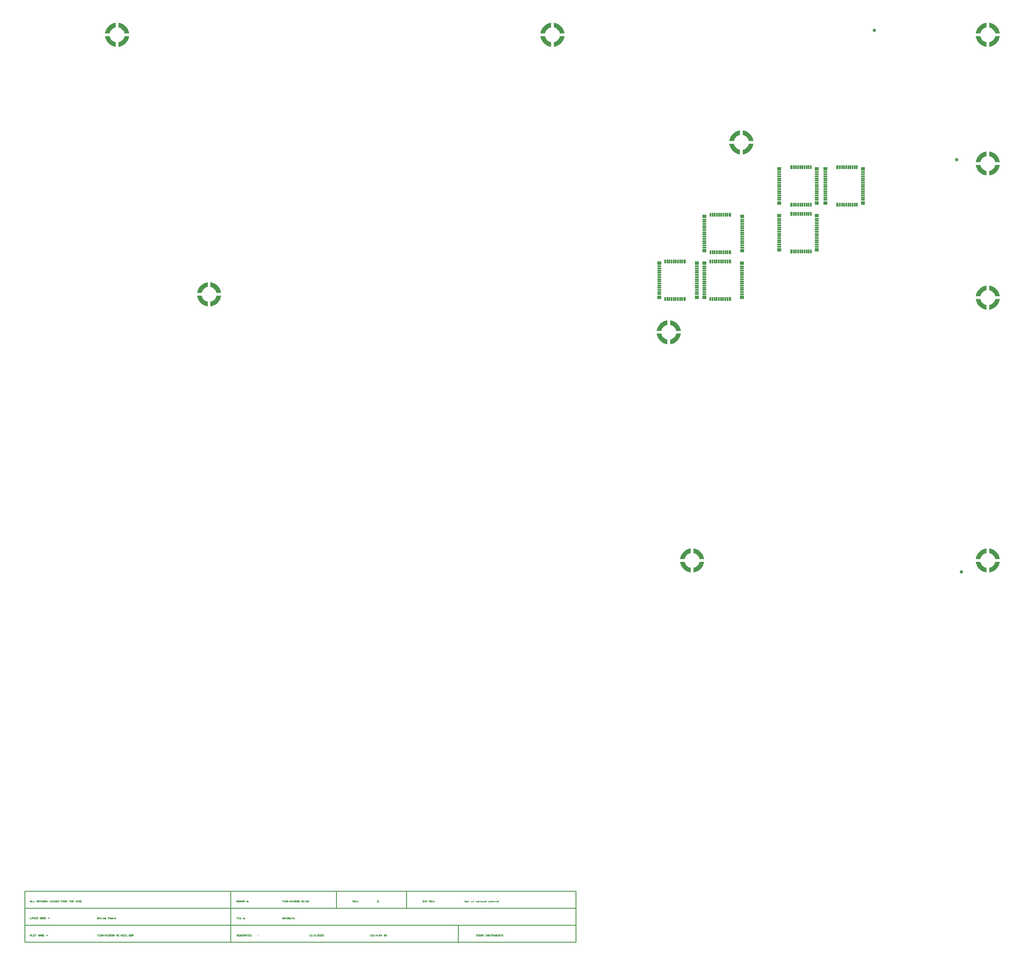
<source format=gbp>
G04*
G04 #@! TF.GenerationSoftware,Altium Limited,Altium Designer,23.1.1 (15)*
G04*
G04 Layer_Color=128*
%FSAX44Y44*%
%MOMM*%
G71*
G04*
G04 #@! TF.SameCoordinates,9B1E6CB6-7F21-4D16-986F-FEEA4F8F1DB9*
G04*
G04*
G04 #@! TF.FilePolarity,Positive*
G04*
G01*
G75*
%ADD19C,0.2540*%
%ADD22C,0.2032*%
%ADD88C,1.0000*%
G04:AMPARAMS|DCode=190|XSize=0.665mm|YSize=1.15mm|CornerRadius=0.0499mm|HoleSize=0mm|Usage=FLASHONLY|Rotation=0.000|XOffset=0mm|YOffset=0mm|HoleType=Round|Shape=RoundedRectangle|*
%AMROUNDEDRECTD190*
21,1,0.6650,1.0502,0,0,0.0*
21,1,0.5653,1.1500,0,0,0.0*
1,1,0.0998,0.2826,-0.5251*
1,1,0.0998,-0.2826,-0.5251*
1,1,0.0998,-0.2826,0.5251*
1,1,0.0998,0.2826,0.5251*
%
%ADD190ROUNDEDRECTD190*%
G04:AMPARAMS|DCode=191|XSize=0.45mm|YSize=1.15mm|CornerRadius=0.0495mm|HoleSize=0mm|Usage=FLASHONLY|Rotation=0.000|XOffset=0mm|YOffset=0mm|HoleType=Round|Shape=RoundedRectangle|*
%AMROUNDEDRECTD191*
21,1,0.4500,1.0510,0,0,0.0*
21,1,0.3510,1.1500,0,0,0.0*
1,1,0.0990,0.1755,-0.5255*
1,1,0.0990,-0.1755,-0.5255*
1,1,0.0990,-0.1755,0.5255*
1,1,0.0990,0.1755,0.5255*
%
%ADD191ROUNDEDRECTD191*%
G04:AMPARAMS|DCode=192|XSize=1.15mm|YSize=1.1mm|CornerRadius=0.0495mm|HoleSize=0mm|Usage=FLASHONLY|Rotation=0.000|XOffset=0mm|YOffset=0mm|HoleType=Round|Shape=RoundedRectangle|*
%AMROUNDEDRECTD192*
21,1,1.1500,1.0010,0,0,0.0*
21,1,1.0510,1.1000,0,0,0.0*
1,1,0.0990,0.5255,-0.5005*
1,1,0.0990,-0.5255,-0.5005*
1,1,0.0990,-0.5255,0.5005*
1,1,0.0990,0.5255,0.5005*
%
%ADD192ROUNDEDRECTD192*%
G04:AMPARAMS|DCode=193|XSize=1.15mm|YSize=0.45mm|CornerRadius=0.0495mm|HoleSize=0mm|Usage=FLASHONLY|Rotation=0.000|XOffset=0mm|YOffset=0mm|HoleType=Round|Shape=RoundedRectangle|*
%AMROUNDEDRECTD193*
21,1,1.1500,0.3510,0,0,0.0*
21,1,1.0510,0.4500,0,0,0.0*
1,1,0.0990,0.5255,-0.1755*
1,1,0.0990,-0.5255,-0.1755*
1,1,0.0990,-0.5255,0.1755*
1,1,0.0990,0.5255,0.1755*
%
%ADD193ROUNDEDRECTD193*%
G36*
X00697522Y03231707D02*
X00699575Y03231491D01*
X00703605Y03230598D01*
X00707508Y03229254D01*
X00711234Y03227476D01*
X00714734Y03225289D01*
X00717965Y03222719D01*
X00720884Y03219800D01*
X00723454Y03216569D01*
X00725641Y03213069D01*
X00727419Y03209343D01*
X00728763Y03205439D01*
X00729656Y03201410D01*
X00729872Y03199357D01*
X00715922D01*
X00715922Y03199357D01*
X00715570Y03201056D01*
X00714477Y03204346D01*
X00712890Y03207429D01*
X00710846Y03210229D01*
X00708394Y03212681D01*
X00705594Y03214725D01*
X00702511Y03216312D01*
X00699221Y03217405D01*
X00697522Y03217757D01*
Y03231707D01*
X00697522D01*
X00697522Y03231707D01*
Y03231707D01*
D02*
G37*
G36*
X02014522Y03217757D02*
X02012823Y03217405D01*
X02009533Y03216312D01*
X02006450Y03214725D01*
X02003649Y03212681D01*
X02001198Y03210229D01*
X01999154Y03207429D01*
X01997567Y03204346D01*
X01996474Y03201056D01*
X01996122Y03199357D01*
X01996122D01*
X01996122Y03199357D01*
Y03199357D01*
X01982172D01*
X01982388Y03201410D01*
X01983281Y03205439D01*
X01984625Y03209343D01*
X01986403Y03213069D01*
X01988590Y03216569D01*
X01991160Y03219800D01*
X01994079Y03222719D01*
X01997310Y03225289D01*
X02000810Y03227476D01*
X02004536Y03229254D01*
X02008439Y03230598D01*
X02012469Y03231491D01*
X02014522Y03231707D01*
X02014522Y03231707D01*
X02014522Y03217757D01*
D02*
G37*
G36*
X00689522D02*
X00687823Y03217405D01*
X00684533Y03216312D01*
X00681450Y03214725D01*
X00678650Y03212681D01*
X00676198Y03210229D01*
X00674154Y03207429D01*
X00672567Y03204346D01*
X00671474Y03201056D01*
X00671122Y03199357D01*
X00671122D01*
X00671122Y03199357D01*
Y03199357D01*
X00657172D01*
X00657388Y03201410D01*
X00658281Y03205439D01*
X00659625Y03209343D01*
X00661403Y03213069D01*
X00663590Y03216569D01*
X00666160Y03219800D01*
X00669079Y03222719D01*
X00672309Y03225289D01*
X00675810Y03227476D01*
X00679536Y03229254D01*
X00683439Y03230598D01*
X00687469Y03231491D01*
X00689522Y03231707D01*
X00689522Y03231707D01*
X00689522Y03217757D01*
D02*
G37*
G36*
X00729872Y03191357D02*
X00729656Y03189304D01*
X00728763Y03185274D01*
X00727419Y03181371D01*
X00725641Y03177645D01*
X00723454Y03174144D01*
X00720884Y03170914D01*
X00717965Y03167995D01*
X00714734Y03165425D01*
X00711234Y03163238D01*
X00707508Y03161460D01*
X00703605Y03160116D01*
X00699575Y03159223D01*
X00697522Y03159007D01*
Y03172957D01*
X00699221Y03173309D01*
X00702511Y03174402D01*
X00705594Y03175989D01*
X00708394Y03178033D01*
X00710846Y03180484D01*
X00712890Y03183285D01*
X00714477Y03186367D01*
X00715570Y03189658D01*
X00715922Y03191357D01*
Y03191357D01*
X00729872Y03191357D01*
D02*
G37*
G36*
X01996122D02*
X01996474Y03189658D01*
X01997567Y03186367D01*
X01999154Y03183285D01*
X02001198Y03180484D01*
X02003650Y03178033D01*
X02006450Y03175989D01*
X02009533Y03174402D01*
X02012823Y03173309D01*
X02014522Y03172957D01*
X02014522Y03159007D01*
X02014522D01*
X02012469Y03159223D01*
X02008439Y03160116D01*
X02004536Y03161460D01*
X02000810Y03163238D01*
X01997310Y03165425D01*
X01994079Y03167995D01*
X01991160Y03170914D01*
X01988590Y03174144D01*
X01986403Y03177645D01*
X01984625Y03181371D01*
X01983281Y03185274D01*
X01982388Y03189304D01*
X01982172Y03191357D01*
X01996122Y03191357D01*
Y03191357D01*
D02*
G37*
G36*
X00697522Y03159007D02*
X00697522D01*
X00697522D01*
D01*
D02*
G37*
G36*
X00671122Y03191357D02*
X00671474Y03189658D01*
X00672567Y03186367D01*
X00674154Y03183285D01*
X00676198Y03180484D01*
X00678650Y03178033D01*
X00681450Y03175989D01*
X00684533Y03174402D01*
X00687823Y03173309D01*
X00689522Y03172957D01*
X00689522Y03159007D01*
X00689522D01*
X00687469Y03159223D01*
X00683439Y03160116D01*
X00679536Y03161460D01*
X00675810Y03163238D01*
X00672309Y03165425D01*
X00669079Y03167995D01*
X00666160Y03170914D01*
X00663590Y03174144D01*
X00661403Y03177645D01*
X00659625Y03181371D01*
X00658281Y03185274D01*
X00657388Y03189304D01*
X00657172Y03191357D01*
X00671122Y03191357D01*
Y03191357D01*
D02*
G37*
G36*
X00977522Y02441707D02*
X00979575Y02441491D01*
X00983605Y02440597D01*
X00987508Y02439253D01*
X00991234Y02437476D01*
X00994734Y02435289D01*
X00997965Y02432719D01*
X01000884Y02429800D01*
X01003454Y02426569D01*
X01005641Y02423069D01*
X01007419Y02419343D01*
X01008763Y02415440D01*
X01009656Y02411409D01*
X01009872Y02409357D01*
X00995922D01*
X00995922Y02409357D01*
X00995570Y02411056D01*
X00994477Y02414346D01*
X00992890Y02417429D01*
X00990846Y02420229D01*
X00988394Y02422681D01*
X00985594Y02424725D01*
X00982511Y02426312D01*
X00979221Y02427405D01*
X00977522Y02427757D01*
Y02441707D01*
X00977522D01*
X00977522Y02441707D01*
Y02441707D01*
D02*
G37*
G36*
X00969522Y02427757D02*
X00967823Y02427405D01*
X00964533Y02426312D01*
X00961450Y02424725D01*
X00958650Y02422681D01*
X00956198Y02420229D01*
X00954154Y02417429D01*
X00952567Y02414346D01*
X00951474Y02411056D01*
X00951122Y02409357D01*
X00937172D01*
X00937388Y02411409D01*
X00938281Y02415440D01*
X00939625Y02419343D01*
X00941403Y02423069D01*
X00943590Y02426569D01*
X00946160Y02429800D01*
X00949079Y02432719D01*
X00952309Y02435289D01*
X00955810Y02437476D01*
X00959536Y02439253D01*
X00963439Y02440597D01*
X00967469Y02441491D01*
X00969522Y02441707D01*
X00969522Y02441707D01*
X00969522Y02427757D01*
D02*
G37*
G36*
X00951122Y02409357D02*
Y02409357D01*
X00951122D01*
X00951122Y02409357D01*
D02*
G37*
G36*
X01009872Y02401357D02*
X01009656Y02399304D01*
X01008763Y02395274D01*
X01007419Y02391371D01*
X01005641Y02387645D01*
X01003454Y02384144D01*
X01000884Y02380914D01*
X00997965Y02377995D01*
X00994734Y02375425D01*
X00991234Y02373237D01*
X00987508Y02371460D01*
X00983605Y02370116D01*
X00979575Y02369223D01*
X00977522Y02369007D01*
Y02382957D01*
X00979221Y02383309D01*
X00982511Y02384402D01*
X00985594Y02385989D01*
X00988394Y02388033D01*
X00990846Y02390484D01*
X00992890Y02393285D01*
X00994477Y02396368D01*
X00995570Y02399658D01*
X00995922Y02401357D01*
Y02401357D01*
X01009872Y02401357D01*
D02*
G37*
G36*
X00977522Y02369007D02*
X00977522D01*
X00977522D01*
D01*
D02*
G37*
G36*
X00951122Y02401357D02*
X00951474Y02399658D01*
X00952567Y02396368D01*
X00954154Y02393285D01*
X00956198Y02390484D01*
X00958650Y02388033D01*
X00961450Y02385989D01*
X00964533Y02384402D01*
X00967823Y02383309D01*
X00969522Y02382957D01*
X00969522Y02369007D01*
X00969522D01*
X00967469Y02369223D01*
X00963439Y02370116D01*
X00959536Y02371460D01*
X00955810Y02373237D01*
X00952309Y02375425D01*
X00949079Y02377995D01*
X00946160Y02380914D01*
X00943590Y02384144D01*
X00941403Y02387645D01*
X00939625Y02391371D01*
X00938281Y02395274D01*
X00937388Y02399304D01*
X00937172Y02401357D01*
X00951122Y02401357D01*
Y02401357D01*
D02*
G37*
G36*
X02022522Y03231707D02*
X02022522D01*
X02022522Y03231707D01*
Y03231707D01*
D02*
G37*
G36*
X02024575Y03231491D02*
X02028605Y03230598D01*
X02032508Y03229254D01*
X02036234Y03227476D01*
X02039734Y03225289D01*
X02042965Y03222719D01*
X02045884Y03219800D01*
X02048454Y03216569D01*
X02050641Y03213069D01*
X02052419Y03209343D01*
X02053763Y03205439D01*
X02054656Y03201410D01*
X02054872Y03199357D01*
X02040922D01*
X02040922Y03199357D01*
X02040570Y03201056D01*
X02039477Y03204346D01*
X02037890Y03207429D01*
X02035846Y03210229D01*
X02033394Y03212681D01*
X02030594Y03214725D01*
X02027511Y03216312D01*
X02024221Y03217405D01*
X02022522Y03217757D01*
Y03231707D01*
X02024575Y03231491D01*
D02*
G37*
G36*
X02054872Y03191357D02*
X02054656Y03189304D01*
X02053763Y03185274D01*
X02052419Y03181371D01*
X02050641Y03177645D01*
X02048454Y03174144D01*
X02045884Y03170914D01*
X02042965Y03167995D01*
X02039734Y03165425D01*
X02036234Y03163238D01*
X02032508Y03161460D01*
X02028605Y03160116D01*
X02024575Y03159223D01*
X02022522Y03159007D01*
Y03172957D01*
X02024221Y03173309D01*
X02027511Y03174402D01*
X02030594Y03175989D01*
X02033394Y03178033D01*
X02035846Y03180484D01*
X02037890Y03183285D01*
X02039477Y03186367D01*
X02040570Y03189658D01*
X02040922Y03191357D01*
Y03191357D01*
X02054872Y03191357D01*
D02*
G37*
G36*
X02022522Y03159007D02*
X02022522D01*
X02022522D01*
D01*
D02*
G37*
G36*
X02376522Y02326207D02*
X02376522D01*
X02376522Y02326207D01*
Y02326207D01*
D02*
G37*
G36*
X02378575Y02325991D02*
X02382605Y02325097D01*
X02386508Y02323753D01*
X02390234Y02321976D01*
X02393734Y02319789D01*
X02396965Y02317219D01*
X02399884Y02314300D01*
X02402454Y02311069D01*
X02404641Y02307569D01*
X02406419Y02303843D01*
X02407763Y02299940D01*
X02408656Y02295909D01*
X02408872Y02293857D01*
X02394922D01*
X02394922Y02293857D01*
X02394570Y02295556D01*
X02393477Y02298846D01*
X02391890Y02301929D01*
X02389846Y02304729D01*
X02387395Y02307181D01*
X02384594Y02309225D01*
X02381511Y02310812D01*
X02378221Y02311905D01*
X02376522Y02312257D01*
Y02326207D01*
X02378575Y02325991D01*
D02*
G37*
G36*
X02368522Y02312257D02*
X02366823Y02311905D01*
X02363533Y02310812D01*
X02360450Y02309225D01*
X02357650Y02307181D01*
X02355198Y02304729D01*
X02353154Y02301929D01*
X02351567Y02298846D01*
X02350474Y02295556D01*
X02350122Y02293857D01*
X02350122D01*
X02350122Y02293857D01*
Y02293857D01*
X02336172D01*
X02336388Y02295909D01*
X02337281Y02299940D01*
X02338625Y02303843D01*
X02340403Y02307569D01*
X02342590Y02311069D01*
X02345160Y02314300D01*
X02348079Y02317219D01*
X02351310Y02319789D01*
X02354810Y02321976D01*
X02358536Y02323753D01*
X02362439Y02325097D01*
X02366469Y02325991D01*
X02368522Y02326207D01*
X02368522Y02326207D01*
X02368522Y02312257D01*
D02*
G37*
G36*
X02408872Y02285857D02*
X02408656Y02283804D01*
X02407763Y02279774D01*
X02406419Y02275871D01*
X02404641Y02272145D01*
X02402454Y02268644D01*
X02399884Y02265414D01*
X02396965Y02262495D01*
X02393734Y02259925D01*
X02390234Y02257737D01*
X02386508Y02255960D01*
X02382605Y02254616D01*
X02378575Y02253723D01*
X02376522Y02253507D01*
Y02267457D01*
X02378221Y02267809D01*
X02381511Y02268902D01*
X02384594Y02270489D01*
X02387395Y02272533D01*
X02389846Y02274984D01*
X02391890Y02277785D01*
X02393477Y02280868D01*
X02394570Y02284158D01*
X02394922Y02285857D01*
Y02285857D01*
X02408872Y02285857D01*
D02*
G37*
G36*
X02376522Y02253507D02*
X02376522D01*
X02376522D01*
D01*
D02*
G37*
G36*
X02350122Y02285857D02*
X02350474Y02284158D01*
X02351567Y02280868D01*
X02353154Y02277785D01*
X02355198Y02274984D01*
X02357650Y02272533D01*
X02360450Y02270489D01*
X02363533Y02268902D01*
X02366823Y02267809D01*
X02368522Y02267457D01*
X02368522Y02253507D01*
X02368522D01*
X02366469Y02253723D01*
X02362439Y02254616D01*
X02358536Y02255960D01*
X02354810Y02257737D01*
X02351310Y02259925D01*
X02348079Y02262495D01*
X02345160Y02265414D01*
X02342590Y02268644D01*
X02340403Y02272145D01*
X02338625Y02275871D01*
X02337281Y02279774D01*
X02336388Y02283804D01*
X02336172Y02285857D01*
X02350122Y02285857D01*
Y02285857D01*
D02*
G37*
G36*
X02447522Y01631707D02*
X02449575Y01631491D01*
X02453605Y01630597D01*
X02457508Y01629253D01*
X02461234Y01627476D01*
X02464734Y01625289D01*
X02467965Y01622719D01*
X02470884Y01619800D01*
X02473454Y01616569D01*
X02475641Y01613069D01*
X02477419Y01609343D01*
X02478763Y01605440D01*
X02479656Y01601409D01*
X02479872Y01599357D01*
X02465922D01*
X02465922Y01599357D01*
X02465570Y01601056D01*
X02464477Y01604346D01*
X02462890Y01607429D01*
X02460846Y01610229D01*
X02458394Y01612681D01*
X02455594Y01614725D01*
X02452511Y01616312D01*
X02449221Y01617405D01*
X02447522Y01617757D01*
Y01631707D01*
X02447522D01*
X02447522Y01631707D01*
Y01631707D01*
D02*
G37*
G36*
X02439522Y01617757D02*
X02437823Y01617405D01*
X02434533Y01616312D01*
X02431450Y01614725D01*
X02428649Y01612681D01*
X02426198Y01610229D01*
X02424154Y01607429D01*
X02422567Y01604346D01*
X02421474Y01601055D01*
X02421122Y01599357D01*
X02421122D01*
X02421122Y01599357D01*
Y01599357D01*
X02407172D01*
X02407388Y01601409D01*
X02408281Y01605440D01*
X02409625Y01609343D01*
X02411403Y01613069D01*
X02413590Y01616569D01*
X02416160Y01619800D01*
X02419079Y01622719D01*
X02422310Y01625289D01*
X02425810Y01627476D01*
X02429536Y01629253D01*
X02433439Y01630597D01*
X02437469Y01631491D01*
X02439522Y01631707D01*
X02439522Y01631707D01*
X02439522Y01617757D01*
D02*
G37*
G36*
X02479872Y01591357D02*
X02479656Y01589304D01*
X02478763Y01585274D01*
X02477419Y01581371D01*
X02475641Y01577645D01*
X02473454Y01574144D01*
X02470884Y01570914D01*
X02467965Y01567995D01*
X02464734Y01565425D01*
X02461234Y01563237D01*
X02457508Y01561460D01*
X02453605Y01560116D01*
X02449575Y01559223D01*
X02447522Y01559007D01*
Y01572957D01*
X02449221Y01573309D01*
X02452511Y01574402D01*
X02455594Y01575989D01*
X02458394Y01578033D01*
X02460846Y01580484D01*
X02462890Y01583285D01*
X02464477Y01586368D01*
X02465570Y01589658D01*
X02465922Y01591357D01*
Y01591357D01*
X02479872Y01591357D01*
D02*
G37*
G36*
X02447522Y01559007D02*
X02447522D01*
X02447522D01*
D01*
D02*
G37*
G36*
X02421122Y01591357D02*
X02421474Y01589658D01*
X02422567Y01586368D01*
X02424154Y01583285D01*
X02426198Y01580484D01*
X02428649Y01578033D01*
X02431450Y01575989D01*
X02434533Y01574402D01*
X02437823Y01573309D01*
X02439522Y01572957D01*
X02439522Y01559007D01*
X02439522D01*
X02437469Y01559223D01*
X02433439Y01560116D01*
X02429536Y01561460D01*
X02425810Y01563237D01*
X02422310Y01565425D01*
X02419079Y01567995D01*
X02416160Y01570914D01*
X02413590Y01574144D01*
X02411403Y01577645D01*
X02409625Y01581371D01*
X02408281Y01585274D01*
X02407388Y01589304D01*
X02407172Y01591357D01*
X02421122Y01591357D01*
Y01591357D01*
D02*
G37*
G36*
X03379872Y02799607D02*
X03379656Y02797554D01*
X03378763Y02793524D01*
X03377419Y02789621D01*
X03375641Y02785895D01*
X03373454Y02782394D01*
X03370884Y02779164D01*
X03367965Y02776245D01*
X03364734Y02773675D01*
X03361234Y02771487D01*
X03357508Y02769710D01*
X03353605Y02768366D01*
X03349575Y02767473D01*
X03347522Y02767257D01*
Y02781207D01*
X03349221Y02781559D01*
X03352511Y02782651D01*
X03355594Y02784239D01*
X03358394Y02786283D01*
X03360846Y02788734D01*
X03362890Y02791535D01*
X03364477Y02794618D01*
X03365570Y02797908D01*
X03365922Y02799607D01*
Y02799607D01*
X03379872Y02799607D01*
D02*
G37*
G36*
X03347522Y02767257D02*
X03347522D01*
X03347522D01*
D01*
D02*
G37*
G36*
X03321122Y02799607D02*
X03321474Y02797908D01*
X03322567Y02794618D01*
X03324154Y02791535D01*
X03326198Y02788734D01*
X03328650Y02786283D01*
X03331450Y02784239D01*
X03334533Y02782652D01*
X03337823Y02781559D01*
X03339522Y02781207D01*
X03339522Y02767257D01*
X03339522D01*
X03337469Y02767473D01*
X03333439Y02768366D01*
X03329536Y02769710D01*
X03325810Y02771487D01*
X03322310Y02773675D01*
X03319079Y02776245D01*
X03316160Y02779164D01*
X03313590Y02782394D01*
X03311403Y02785895D01*
X03309626Y02789621D01*
X03308281Y02793524D01*
X03307388Y02797554D01*
X03307172Y02799607D01*
X03321122Y02799607D01*
Y02799607D01*
D02*
G37*
G36*
X03347522Y02431707D02*
X03347522D01*
X03347522Y02431707D01*
Y02431707D01*
D02*
G37*
G36*
X03349575Y02431491D02*
X03353605Y02430597D01*
X03357508Y02429253D01*
X03361234Y02427476D01*
X03364734Y02425289D01*
X03367965Y02422719D01*
X03370884Y02419800D01*
X03373454Y02416569D01*
X03375641Y02413069D01*
X03377419Y02409343D01*
X03378763Y02405440D01*
X03379656Y02401409D01*
X03379872Y02399357D01*
X03365922D01*
X03365922Y02399357D01*
X03365570Y02401056D01*
X03364477Y02404346D01*
X03362890Y02407429D01*
X03360846Y02410229D01*
X03358394Y02412681D01*
X03355594Y02414725D01*
X03352511Y02416312D01*
X03349221Y02417405D01*
X03347522Y02417757D01*
Y02431707D01*
X03349575Y02431491D01*
D02*
G37*
G36*
X03339522Y02417757D02*
X03337823Y02417405D01*
X03334533Y02416312D01*
X03331450Y02414725D01*
X03328650Y02412681D01*
X03326198Y02410229D01*
X03324154Y02407429D01*
X03322567Y02404346D01*
X03321474Y02401055D01*
X03321122Y02399357D01*
X03321122D01*
X03321122Y02399357D01*
Y02399357D01*
X03307172D01*
X03307388Y02401409D01*
X03308281Y02405440D01*
X03309626Y02409343D01*
X03311403Y02413069D01*
X03313590Y02416569D01*
X03316160Y02419800D01*
X03319079Y02422719D01*
X03322310Y02425289D01*
X03325810Y02427476D01*
X03329536Y02429253D01*
X03333439Y02430597D01*
X03337469Y02431491D01*
X03339522Y02431707D01*
X03339522Y02431707D01*
X03339522Y02417757D01*
D02*
G37*
G36*
X03379872Y02391357D02*
X03379656Y02389304D01*
X03378763Y02385274D01*
X03377419Y02381371D01*
X03375641Y02377645D01*
X03373454Y02374144D01*
X03370884Y02370914D01*
X03367965Y02367995D01*
X03364734Y02365425D01*
X03361234Y02363237D01*
X03357508Y02361460D01*
X03353605Y02360116D01*
X03349575Y02359223D01*
X03347522Y02359007D01*
Y02372957D01*
X03349221Y02373309D01*
X03352511Y02374402D01*
X03355594Y02375989D01*
X03358394Y02378033D01*
X03360846Y02380484D01*
X03362890Y02383285D01*
X03364477Y02386368D01*
X03365570Y02389658D01*
X03365922Y02391357D01*
Y02391357D01*
X03379872Y02391357D01*
D02*
G37*
G36*
X03347522Y02359007D02*
X03347522D01*
X03347522D01*
D01*
D02*
G37*
G36*
X03321122Y02391357D02*
X03321474Y02389658D01*
X03322567Y02386368D01*
X03324154Y02383285D01*
X03326198Y02380484D01*
X03328650Y02378033D01*
X03331450Y02375989D01*
X03334533Y02374402D01*
X03337823Y02373309D01*
X03339522Y02372957D01*
X03339522Y02359007D01*
X03339522D01*
X03337469Y02359223D01*
X03333439Y02360116D01*
X03329536Y02361460D01*
X03325810Y02363237D01*
X03322310Y02365425D01*
X03319079Y02367995D01*
X03316160Y02370914D01*
X03313590Y02374144D01*
X03311403Y02377645D01*
X03309626Y02381371D01*
X03308281Y02385274D01*
X03307388Y02389304D01*
X03307172Y02391357D01*
X03321122Y02391357D01*
Y02391357D01*
D02*
G37*
G36*
X03347522Y01631707D02*
X03349575Y01631491D01*
X03353605Y01630597D01*
X03357508Y01629253D01*
X03361234Y01627476D01*
X03364734Y01625289D01*
X03367965Y01622719D01*
X03370884Y01619800D01*
X03373454Y01616569D01*
X03375641Y01613069D01*
X03377419Y01609343D01*
X03378763Y01605440D01*
X03379656Y01601409D01*
X03379872Y01599357D01*
X03365922D01*
X03365922Y01599357D01*
X03365570Y01601056D01*
X03364477Y01604346D01*
X03362890Y01607429D01*
X03360846Y01610229D01*
X03358394Y01612681D01*
X03355594Y01614725D01*
X03352511Y01616312D01*
X03349221Y01617405D01*
X03347522Y01617757D01*
Y01631707D01*
X03347522D01*
X03347522Y01631707D01*
Y01631707D01*
D02*
G37*
G36*
X03339522Y01617757D02*
X03337823Y01617405D01*
X03334533Y01616312D01*
X03331450Y01614725D01*
X03328650Y01612681D01*
X03326198Y01610229D01*
X03324154Y01607429D01*
X03322567Y01604346D01*
X03321474Y01601055D01*
X03321122Y01599357D01*
X03321122D01*
X03321122Y01599357D01*
Y01599357D01*
X03307172D01*
X03307388Y01601409D01*
X03308281Y01605440D01*
X03309626Y01609343D01*
X03311403Y01613069D01*
X03313590Y01616569D01*
X03316160Y01619800D01*
X03319079Y01622719D01*
X03322310Y01625289D01*
X03325810Y01627476D01*
X03329536Y01629253D01*
X03333439Y01630597D01*
X03337469Y01631491D01*
X03339522Y01631707D01*
X03339522Y01631707D01*
X03339522Y01617757D01*
D02*
G37*
G36*
X03379872Y01591357D02*
X03379656Y01589304D01*
X03378763Y01585274D01*
X03377419Y01581371D01*
X03375641Y01577645D01*
X03373454Y01574144D01*
X03370884Y01570914D01*
X03367965Y01567995D01*
X03364734Y01565425D01*
X03361234Y01563237D01*
X03357508Y01561460D01*
X03353605Y01560116D01*
X03349575Y01559223D01*
X03347522Y01559007D01*
Y01572957D01*
X03349221Y01573309D01*
X03352511Y01574402D01*
X03355594Y01575989D01*
X03358394Y01578033D01*
X03360846Y01580484D01*
X03362890Y01583285D01*
X03364477Y01586368D01*
X03365570Y01589658D01*
X03365922Y01591357D01*
Y01591357D01*
X03379872Y01591357D01*
D02*
G37*
G36*
X03347522Y01559007D02*
X03347522D01*
X03347522D01*
D01*
D02*
G37*
G36*
X03321122Y01591357D02*
X03321474Y01589658D01*
X03322567Y01586368D01*
X03324154Y01583285D01*
X03326198Y01580484D01*
X03328650Y01578033D01*
X03331450Y01575989D01*
X03334533Y01574402D01*
X03337823Y01573309D01*
X03339522Y01572957D01*
X03339522Y01559007D01*
X03339522D01*
X03337469Y01559223D01*
X03333439Y01560116D01*
X03329536Y01561460D01*
X03325810Y01563237D01*
X03322310Y01565425D01*
X03319079Y01567995D01*
X03316160Y01570914D01*
X03313590Y01574144D01*
X03311403Y01577645D01*
X03309626Y01581371D01*
X03308281Y01585274D01*
X03307388Y01589304D01*
X03307172Y01591357D01*
X03321122Y01591357D01*
Y01591357D01*
D02*
G37*
G36*
X03347522Y03231707D02*
X03347522D01*
X03347522Y03231707D01*
Y03231707D01*
D02*
G37*
G36*
X03349575Y03231491D02*
X03353605Y03230598D01*
X03357508Y03229254D01*
X03361234Y03227476D01*
X03364734Y03225289D01*
X03367965Y03222719D01*
X03370884Y03219800D01*
X03373454Y03216569D01*
X03375641Y03213069D01*
X03377419Y03209343D01*
X03378763Y03205439D01*
X03379656Y03201410D01*
X03379872Y03199357D01*
X03365922D01*
X03365922Y03199357D01*
X03365570Y03201056D01*
X03364477Y03204346D01*
X03362890Y03207429D01*
X03360846Y03210229D01*
X03358394Y03212681D01*
X03355594Y03214725D01*
X03352511Y03216312D01*
X03349221Y03217405D01*
X03347522Y03217757D01*
Y03231707D01*
X03349575Y03231491D01*
D02*
G37*
G36*
X03339522Y03217757D02*
X03337823Y03217405D01*
X03334533Y03216312D01*
X03331450Y03214725D01*
X03328650Y03212681D01*
X03326198Y03210229D01*
X03324154Y03207429D01*
X03322567Y03204346D01*
X03321474Y03201056D01*
X03321122Y03199357D01*
X03321122D01*
X03321122Y03199357D01*
Y03199357D01*
X03307172D01*
X03307388Y03201410D01*
X03308281Y03205439D01*
X03309626Y03209343D01*
X03311403Y03213069D01*
X03313590Y03216569D01*
X03316160Y03219800D01*
X03319079Y03222719D01*
X03322310Y03225289D01*
X03325810Y03227476D01*
X03329536Y03229254D01*
X03333439Y03230598D01*
X03337469Y03231491D01*
X03339522Y03231707D01*
X03339522Y03231707D01*
X03339522Y03217757D01*
D02*
G37*
G36*
X03379872Y03191357D02*
X03379656Y03189304D01*
X03378763Y03185274D01*
X03377419Y03181371D01*
X03375641Y03177645D01*
X03373454Y03174144D01*
X03370884Y03170914D01*
X03367965Y03167995D01*
X03364734Y03165425D01*
X03361234Y03163238D01*
X03357508Y03161460D01*
X03353605Y03160116D01*
X03349575Y03159223D01*
X03347522Y03159007D01*
Y03172957D01*
X03349221Y03173309D01*
X03352511Y03174402D01*
X03355594Y03175989D01*
X03358394Y03178033D01*
X03360846Y03180484D01*
X03362890Y03183285D01*
X03364477Y03186367D01*
X03365570Y03189658D01*
X03365922Y03191357D01*
Y03191357D01*
X03379872Y03191357D01*
D02*
G37*
G36*
X03347522Y03159007D02*
X03347522D01*
X03347522D01*
D01*
D02*
G37*
G36*
X03321122Y03191357D02*
X03321474Y03189658D01*
X03322567Y03186367D01*
X03324154Y03183285D01*
X03326198Y03180484D01*
X03328650Y03178033D01*
X03331450Y03175989D01*
X03334533Y03174402D01*
X03337823Y03173309D01*
X03339522Y03172957D01*
X03339522Y03159007D01*
X03339522D01*
X03337469Y03159223D01*
X03333439Y03160116D01*
X03329536Y03161460D01*
X03325810Y03163238D01*
X03322310Y03165425D01*
X03319079Y03167995D01*
X03316160Y03170914D01*
X03313590Y03174144D01*
X03311403Y03177645D01*
X03309626Y03181371D01*
X03308281Y03185274D01*
X03307388Y03189304D01*
X03307172Y03191357D01*
X03321122Y03191357D01*
Y03191357D01*
D02*
G37*
G36*
X02597522Y02904207D02*
X02599575Y02903991D01*
X02603605Y02903098D01*
X02607508Y02901754D01*
X02611234Y02899976D01*
X02614734Y02897789D01*
X02617965Y02895219D01*
X02620884Y02892300D01*
X02623454Y02889069D01*
X02625641Y02885569D01*
X02627419Y02881843D01*
X02628763Y02877939D01*
X02629656Y02873910D01*
X02629872Y02871857D01*
X02615922D01*
X02615922Y02871857D01*
X02615570Y02873556D01*
X02614477Y02876846D01*
X02612890Y02879929D01*
X02610846Y02882729D01*
X02608394Y02885181D01*
X02605594Y02887225D01*
X02602511Y02888812D01*
X02599221Y02889905D01*
X02597522Y02890257D01*
Y02904207D01*
X02597522D01*
X02597522Y02904207D01*
Y02904207D01*
D02*
G37*
G36*
X02589522Y02890257D02*
X02587823Y02889905D01*
X02584533Y02888812D01*
X02581450Y02887225D01*
X02578650Y02885181D01*
X02576198Y02882729D01*
X02574154Y02879929D01*
X02572567Y02876846D01*
X02571474Y02873556D01*
X02571122Y02871857D01*
X02571122D01*
X02571122Y02871857D01*
Y02871857D01*
X02557172D01*
X02557388Y02873910D01*
X02558281Y02877939D01*
X02559625Y02881843D01*
X02561403Y02885569D01*
X02563590Y02889069D01*
X02566160Y02892300D01*
X02569079Y02895219D01*
X02572310Y02897789D01*
X02575810Y02899976D01*
X02579536Y02901754D01*
X02583439Y02903098D01*
X02587469Y02903991D01*
X02589522Y02904207D01*
X02589522Y02904207D01*
X02589522Y02890257D01*
D02*
G37*
G36*
X02629872Y02863857D02*
X02629656Y02861804D01*
X02628763Y02857774D01*
X02627419Y02853871D01*
X02625641Y02850145D01*
X02623454Y02846644D01*
X02620884Y02843414D01*
X02617965Y02840495D01*
X02614734Y02837925D01*
X02611234Y02835738D01*
X02607508Y02833960D01*
X02603605Y02832616D01*
X02599575Y02831723D01*
X02597522Y02831507D01*
Y02845457D01*
X02599221Y02845809D01*
X02602511Y02846902D01*
X02605594Y02848489D01*
X02608394Y02850533D01*
X02610846Y02852984D01*
X02612890Y02855785D01*
X02614477Y02858867D01*
X02615570Y02862158D01*
X02615922Y02863857D01*
Y02863857D01*
X02629872Y02863857D01*
D02*
G37*
G36*
X02597522Y02831507D02*
X02597522D01*
X02597522D01*
D01*
D02*
G37*
G36*
X02571122Y02863857D02*
X02571474Y02862158D01*
X02572567Y02858867D01*
X02574154Y02855785D01*
X02576198Y02852984D01*
X02578650Y02850533D01*
X02581450Y02848489D01*
X02584533Y02846902D01*
X02587823Y02845809D01*
X02589522Y02845457D01*
X02589522Y02831507D01*
X02589522D01*
X02587469Y02831723D01*
X02583439Y02832616D01*
X02579536Y02833960D01*
X02575810Y02835738D01*
X02572310Y02837925D01*
X02569079Y02840495D01*
X02566160Y02843414D01*
X02563590Y02846644D01*
X02561403Y02850145D01*
X02559625Y02853871D01*
X02558281Y02857774D01*
X02557388Y02861804D01*
X02557172Y02863857D01*
X02571122Y02863857D01*
Y02863857D01*
D02*
G37*
G36*
X03347522Y02839957D02*
X03349575Y02839741D01*
X03353605Y02838847D01*
X03357508Y02837503D01*
X03361234Y02835726D01*
X03364734Y02833539D01*
X03367965Y02830969D01*
X03370884Y02828050D01*
X03373454Y02824819D01*
X03375641Y02821319D01*
X03377419Y02817593D01*
X03378763Y02813690D01*
X03379656Y02809659D01*
X03379872Y02807607D01*
X03365922D01*
X03365922Y02807607D01*
X03365570Y02809306D01*
X03364477Y02812596D01*
X03362890Y02815679D01*
X03360846Y02818479D01*
X03358394Y02820931D01*
X03355594Y02822975D01*
X03352511Y02824562D01*
X03349221Y02825655D01*
X03347522Y02826007D01*
Y02839957D01*
X03347522D01*
X03347522Y02839957D01*
Y02839957D01*
D02*
G37*
G36*
X03339522Y02826007D02*
X03337823Y02825655D01*
X03334533Y02824562D01*
X03331450Y02822975D01*
X03328650Y02820931D01*
X03326198Y02818479D01*
X03324154Y02815679D01*
X03322567Y02812596D01*
X03321474Y02809306D01*
X03321122Y02807607D01*
X03321122D01*
X03321122Y02807607D01*
Y02807607D01*
X03307172D01*
X03307388Y02809659D01*
X03308281Y02813690D01*
X03309626Y02817593D01*
X03311403Y02821319D01*
X03313590Y02824819D01*
X03316160Y02828050D01*
X03319079Y02830969D01*
X03322310Y02833539D01*
X03325810Y02835726D01*
X03329536Y02837503D01*
X03333439Y02838847D01*
X03337469Y02839741D01*
X03339522Y02839957D01*
X03339522Y02839957D01*
X03339522Y02826007D01*
D02*
G37*
G54D19*
X01038734Y00433739D02*
Y00588679D01*
X00412751D02*
X02089532D01*
X01360552Y00537032D02*
Y00588679D01*
X01573912Y00537032D02*
Y00588679D01*
X01731900Y00432088D02*
Y00483608D01*
X01429894Y00433739D02*
X02089532D01*
X00412751D02*
X00812928D01*
X00412624Y00537032D02*
X02089532D01*
X00412624Y00433739D02*
X01429894D01*
X00412624Y00485386D02*
X02089024D01*
X00412624Y00433739D02*
Y00588679D01*
X00412751Y00433739D02*
Y00588679D01*
X02089532Y00433739D02*
Y00588679D01*
G54D22*
X00633350Y00508589D02*
Y00503591D01*
X00635849D01*
X00636682Y00504424D01*
Y00505257D01*
X00635849Y00506090D01*
X00633350D01*
X00635849D01*
X00636682Y00506923D01*
Y00507756D01*
X00635849Y00508589D01*
X00633350D01*
X00639182Y00503591D02*
X00640848D01*
X00641681Y00504424D01*
Y00506090D01*
X00640848Y00506923D01*
X00639182D01*
X00638349Y00506090D01*
Y00504424D01*
X00639182Y00503591D01*
X00644180Y00507756D02*
Y00506923D01*
X00643347D01*
X00645013D01*
X00644180D01*
Y00504424D01*
X00645013Y00503591D01*
X00648345Y00507756D02*
Y00506923D01*
X00647512D01*
X00649178D01*
X00648345D01*
Y00504424D01*
X00649178Y00503591D01*
X00652511D02*
X00654177D01*
X00655010Y00504424D01*
Y00506090D01*
X00654177Y00506923D01*
X00652511D01*
X00651677Y00506090D01*
Y00504424D01*
X00652511Y00503591D01*
X00656676D02*
Y00506923D01*
X00657509D01*
X00658342Y00506090D01*
Y00503591D01*
Y00506090D01*
X00659175Y00506923D01*
X00660008Y00506090D01*
Y00503591D01*
X00666673D02*
Y00508589D01*
X00669172D01*
X00670005Y00507756D01*
Y00506090D01*
X00669172Y00505257D01*
X00666673D01*
X00672504Y00506923D02*
X00674170D01*
X00675003Y00506090D01*
Y00503591D01*
X00672504D01*
X00671671Y00504424D01*
X00672504Y00505257D01*
X00675003D01*
X00676669Y00503591D02*
X00679168D01*
X00680002Y00504424D01*
X00679168Y00505257D01*
X00677502D01*
X00676669Y00506090D01*
X00677502Y00506923D01*
X00680002D01*
X00682501Y00507756D02*
Y00506923D01*
X00681668D01*
X00683334D01*
X00682501D01*
Y00504424D01*
X00683334Y00503591D01*
X00688332D02*
X00686666D01*
X00685833Y00504424D01*
Y00506090D01*
X00686666Y00506923D01*
X00688332D01*
X00689165Y00506090D01*
Y00505257D01*
X00685833D01*
X00428753Y00555109D02*
Y00558441D01*
X00430419Y00560107D01*
X00432085Y00558441D01*
Y00555109D01*
Y00557608D01*
X00428753D01*
X00433751Y00560107D02*
Y00555109D01*
X00437084D01*
X00438750Y00560107D02*
Y00555109D01*
X00442082D01*
X00448747D02*
Y00558441D01*
X00450413Y00560107D01*
X00452079Y00558441D01*
Y00555109D01*
Y00557608D01*
X00448747D01*
X00453745Y00555109D02*
Y00560107D01*
X00456244D01*
X00457077Y00559274D01*
Y00557608D01*
X00456244Y00556775D01*
X00453745D01*
X00455411D02*
X00457077Y00555109D01*
X00458743Y00560107D02*
X00462076D01*
X00460410D01*
Y00555109D01*
X00463742Y00560107D02*
Y00555109D01*
X00465408Y00556775D01*
X00467074Y00555109D01*
Y00560107D01*
X00471239D02*
X00469573D01*
X00468740Y00559274D01*
Y00555942D01*
X00469573Y00555109D01*
X00471239D01*
X00472072Y00555942D01*
Y00559274D01*
X00471239Y00560107D01*
X00473738Y00555109D02*
Y00560107D01*
X00476238D01*
X00477071Y00559274D01*
Y00557608D01*
X00476238Y00556775D01*
X00473738D01*
X00475405D02*
X00477071Y00555109D01*
X00478737Y00560107D02*
Y00555109D01*
Y00556775D01*
X00482069Y00560107D01*
X00479570Y00557608D01*
X00482069Y00555109D01*
X00488733Y00560107D02*
Y00556775D01*
X00490400Y00555109D01*
X00492066Y00556775D01*
Y00560107D01*
X00493732D02*
X00495398D01*
X00494565D01*
Y00555109D01*
X00493732D01*
X00495398D01*
X00501230Y00560107D02*
X00497897D01*
Y00555109D01*
X00501230D01*
X00497897Y00557608D02*
X00499563D01*
X00502896Y00560107D02*
Y00555109D01*
X00504562Y00556775D01*
X00506228Y00555109D01*
Y00560107D01*
X00511226D02*
X00507894D01*
Y00555109D01*
X00511226D01*
X00507894Y00557608D02*
X00509560D01*
X00512892Y00560107D02*
Y00555109D01*
X00515392D01*
X00516225Y00555942D01*
Y00559274D01*
X00515392Y00560107D01*
X00512892D01*
X00526221D02*
X00522889D01*
Y00557608D01*
X00524555D01*
X00522889D01*
Y00555109D01*
X00527887D02*
Y00560107D01*
X00530387D01*
X00531220Y00559274D01*
Y00557608D01*
X00530387Y00556775D01*
X00527887D01*
X00529553D02*
X00531220Y00555109D01*
X00535385Y00560107D02*
X00533719D01*
X00532886Y00559274D01*
Y00555942D01*
X00533719Y00555109D01*
X00535385D01*
X00536218Y00555942D01*
Y00559274D01*
X00535385Y00560107D01*
X00537884Y00555109D02*
Y00560107D01*
X00539550Y00558441D01*
X00541216Y00560107D01*
Y00555109D01*
X00547881Y00560107D02*
X00551213D01*
X00549547D01*
Y00555109D01*
X00555378Y00560107D02*
X00553712D01*
X00552879Y00559274D01*
Y00555942D01*
X00553712Y00555109D01*
X00555378D01*
X00556212Y00555942D01*
Y00559274D01*
X00555378Y00560107D01*
X00557878Y00555109D02*
Y00560107D01*
X00560377D01*
X00561210Y00559274D01*
Y00557608D01*
X00560377Y00556775D01*
X00557878D01*
X00571207Y00559274D02*
X00570373Y00560107D01*
X00568707D01*
X00567874Y00559274D01*
Y00558441D01*
X00568707Y00557608D01*
X00570373D01*
X00571207Y00556775D01*
Y00555942D01*
X00570373Y00555109D01*
X00568707D01*
X00567874Y00555942D01*
X00572873Y00560107D02*
X00574539D01*
X00573706D01*
Y00555109D01*
X00572873D01*
X00574539D01*
X00577038Y00560107D02*
Y00555109D01*
X00579537D01*
X00580370Y00555942D01*
Y00559274D01*
X00579537Y00560107D01*
X00577038D01*
X00585369D02*
X00582036D01*
Y00555109D01*
X00585369D01*
X00582036Y00557608D02*
X00583703D01*
X00428753Y00451307D02*
Y00456305D01*
X00431252D01*
X00432085Y00455472D01*
Y00453806D01*
X00431252Y00452973D01*
X00428753D01*
X00433751Y00456305D02*
Y00451307D01*
X00437084D01*
X00441249Y00456305D02*
X00439583D01*
X00438750Y00455472D01*
Y00452140D01*
X00439583Y00451307D01*
X00441249D01*
X00442082Y00452140D01*
Y00455472D01*
X00441249Y00456305D01*
X00443748D02*
X00447080D01*
X00445414D01*
Y00451307D01*
X00453745D02*
Y00456305D01*
X00457077Y00451307D01*
Y00456305D01*
X00458743Y00451307D02*
Y00454639D01*
X00460410Y00456305D01*
X00462076Y00454639D01*
Y00451307D01*
Y00453806D01*
X00458743D01*
X00463742Y00451307D02*
Y00456305D01*
X00465408Y00454639D01*
X00467074Y00456305D01*
Y00451307D01*
X00472072Y00456305D02*
X00468740D01*
Y00451307D01*
X00472072D01*
X00468740Y00453806D02*
X00470406D01*
X00478737Y00452973D02*
X00482069D01*
X00478737Y00454639D02*
X00482069D01*
X00428753Y00508589D02*
Y00503591D01*
X00432085D01*
X00433751D02*
Y00506923D01*
X00435418Y00508589D01*
X00437084Y00506923D01*
Y00503591D01*
Y00506090D01*
X00433751D01*
X00438750Y00508589D02*
Y00507756D01*
X00440416Y00506090D01*
X00442082Y00507756D01*
Y00508589D01*
X00440416Y00506090D02*
Y00503591D01*
X00447080Y00508589D02*
X00443748D01*
Y00503591D01*
X00447080D01*
X00443748Y00506090D02*
X00445414D01*
X00448747Y00503591D02*
Y00508589D01*
X00451246D01*
X00452079Y00507756D01*
Y00506090D01*
X00451246Y00505257D01*
X00448747D01*
X00450413D02*
X00452079Y00503591D01*
X00458743D02*
Y00508589D01*
X00462076Y00503591D01*
Y00508589D01*
X00463742Y00503591D02*
Y00506923D01*
X00465408Y00508589D01*
X00467074Y00506923D01*
Y00503591D01*
Y00506090D01*
X00463742D01*
X00468740Y00503591D02*
Y00508589D01*
X00470406Y00506923D01*
X00472072Y00508589D01*
Y00503591D01*
X00477071Y00508589D02*
X00473738D01*
Y00503591D01*
X00477071D01*
X00473738Y00506090D02*
X00475405D01*
X00483735Y00505257D02*
X00487067D01*
X00483735Y00506923D02*
X00487067D01*
X01057784Y00560107D02*
Y00555109D01*
X01060283D01*
X01061116Y00555942D01*
Y00556775D01*
X01060283Y00557608D01*
X01057784D01*
X01060283D01*
X01061116Y00558441D01*
Y00559274D01*
X01060283Y00560107D01*
X01057784D01*
X01065282D02*
X01063616D01*
X01062783Y00559274D01*
Y00555942D01*
X01063616Y00555109D01*
X01065282D01*
X01066115Y00555942D01*
Y00559274D01*
X01065282Y00560107D01*
X01067781Y00555109D02*
Y00558441D01*
X01069447Y00560107D01*
X01071113Y00558441D01*
Y00555109D01*
Y00557608D01*
X01067781D01*
X01072779Y00555109D02*
Y00560107D01*
X01075278D01*
X01076112Y00559274D01*
Y00557608D01*
X01075278Y00556775D01*
X01072779D01*
X01074445D02*
X01076112Y00555109D01*
X01077778Y00560107D02*
Y00555109D01*
X01080277D01*
X01081110Y00555942D01*
Y00559274D01*
X01080277Y00560107D01*
X01077778D01*
X01088607Y00555109D02*
Y00560107D01*
X01090274D02*
Y00555109D01*
X01087774Y00558441D02*
X01090274D01*
X01091107D01*
X01087774Y00556775D02*
X01091107D01*
X01092773Y00558441D02*
X01093606D01*
Y00557608D01*
X01092773D01*
Y00558441D01*
Y00555942D02*
X01093606D01*
Y00555109D01*
X01092773D01*
Y00555942D01*
X00633350Y00456305D02*
X00636682D01*
X00635016D01*
Y00451307D01*
X00638349Y00456305D02*
X00640015D01*
X00639182D01*
Y00451307D01*
X00638349D01*
X00640015D01*
X00642514Y00456305D02*
Y00451307D01*
X00645013D01*
X00645846Y00452140D01*
Y00455472D01*
X00645013Y00456305D01*
X00642514D01*
X00647512Y00451307D02*
Y00454639D01*
X00649178Y00456305D01*
X00650844Y00454639D01*
Y00451307D01*
Y00453806D01*
X00647512D01*
X00652511D02*
X00655843D01*
X00657509Y00455472D02*
X00658342Y00456305D01*
X00660008D01*
X00660841Y00455472D01*
Y00452140D01*
X00660008Y00451307D01*
X00658342D01*
X00657509Y00452140D01*
Y00455472D01*
X00662507Y00451307D02*
X00664173D01*
X00663340D01*
Y00456305D01*
X00662507Y00455472D01*
X00666673D02*
X00667506Y00456305D01*
X00669172D01*
X00670005Y00455472D01*
Y00452140D01*
X00669172Y00451307D01*
X00667506D01*
X00666673Y00452140D01*
Y00455472D01*
X00671671Y00452140D02*
X00672504Y00451307D01*
X00674170D01*
X00675003Y00452140D01*
Y00455472D01*
X00674170Y00456305D01*
X00672504D01*
X00671671Y00455472D01*
Y00454639D01*
X00672504Y00453806D01*
X00675003D01*
X00676669Y00455472D02*
X00677502Y00456305D01*
X00679168D01*
X00680002Y00455472D01*
Y00454639D01*
X00679168Y00453806D01*
X00678335D01*
X00679168D01*
X00680002Y00452973D01*
Y00452140D01*
X00679168Y00451307D01*
X00677502D01*
X00676669Y00452140D01*
X00681668Y00455472D02*
X00682501Y00456305D01*
X00684167D01*
X00685000Y00455472D01*
Y00454639D01*
X00684167Y00453806D01*
X00685000Y00452973D01*
Y00452140D01*
X00684167Y00451307D01*
X00682501D01*
X00681668Y00452140D01*
Y00452973D01*
X00682501Y00453806D01*
X00681668Y00454639D01*
Y00455472D01*
X00682501Y00453806D02*
X00684167D01*
X00691665Y00451307D02*
Y00454639D01*
X00693331Y00456305D01*
X00694997Y00454639D01*
Y00451307D01*
Y00453806D01*
X00691665D01*
X00699995Y00455472D02*
X00699162Y00456305D01*
X00697496D01*
X00696663Y00455472D01*
Y00452140D01*
X00697496Y00451307D01*
X00699162D01*
X00699995Y00452140D01*
X00701661Y00453806D02*
X00704993D01*
X00706659Y00456305D02*
Y00451307D01*
X00709159D01*
X00709992Y00452140D01*
Y00455472D01*
X00709159Y00456305D01*
X00706659D01*
X00714990Y00455472D02*
X00714157Y00456305D01*
X00712491D01*
X00711658Y00455472D01*
Y00452140D01*
X00712491Y00451307D01*
X00714157D01*
X00714990Y00452140D01*
X00719988Y00456305D02*
X00716656D01*
Y00451307D01*
X00719988D01*
X00716656Y00453806D02*
X00718322D01*
X00721655Y00451307D02*
X00723321D01*
X00722488D01*
Y00456305D01*
X00721655Y00455472D01*
X00725820Y00451307D02*
Y00452140D01*
X00726653D01*
Y00451307D01*
X00725820D01*
X00733317Y00455472D02*
X00732485Y00456305D01*
X00730818D01*
X00729985Y00455472D01*
Y00452140D01*
X00730818Y00451307D01*
X00732485D01*
X00733317Y00452140D01*
Y00453806D01*
X00731651D01*
X00734984Y00456305D02*
Y00451307D01*
X00737483D01*
X00738316Y00452140D01*
Y00452973D01*
X00737483Y00453806D01*
X00734984D01*
X00737483D01*
X00738316Y00454639D01*
Y00455472D01*
X00737483Y00456305D01*
X00734984D01*
X00739982Y00451307D02*
Y00456305D01*
X00742481D01*
X00743314Y00455472D01*
Y00453806D01*
X00742481Y00452973D01*
X00739982D01*
X01752220Y00555109D02*
Y00560107D01*
X01755552Y00555109D01*
Y00560107D01*
X01758052Y00555109D02*
X01759718D01*
X01760551Y00555942D01*
Y00557608D01*
X01759718Y00558441D01*
X01758052D01*
X01757218Y00557608D01*
Y00555942D01*
X01758052Y00555109D01*
X01763050Y00559274D02*
Y00558441D01*
X01762217D01*
X01763883D01*
X01763050D01*
Y00555942D01*
X01763883Y00555109D01*
X01771381D02*
X01773047D01*
X01772214D01*
Y00558441D01*
X01771381D01*
X01775546Y00555109D02*
Y00558441D01*
X01778045D01*
X01778878Y00557608D01*
Y00555109D01*
X01785543Y00558441D02*
X01787209Y00555109D01*
X01788875Y00558441D01*
X01793040Y00555109D02*
X01791374D01*
X01790541Y00555942D01*
Y00557608D01*
X01791374Y00558441D01*
X01793040D01*
X01793873Y00557608D01*
Y00556775D01*
X01790541D01*
X01795539Y00558441D02*
Y00555109D01*
Y00556775D01*
X01796372Y00557608D01*
X01797206Y00558441D01*
X01798038D01*
X01800538Y00555109D02*
X01803037D01*
X01803870Y00555942D01*
X01803037Y00556775D01*
X01801371D01*
X01800538Y00557608D01*
X01801371Y00558441D01*
X01803870D01*
X01805536Y00555109D02*
X01807202D01*
X01806369D01*
Y00558441D01*
X01805536D01*
X01810535Y00555109D02*
X01812201D01*
X01813034Y00555942D01*
Y00557608D01*
X01812201Y00558441D01*
X01810535D01*
X01809701Y00557608D01*
Y00555942D01*
X01810535Y00555109D01*
X01814700D02*
Y00558441D01*
X01817199D01*
X01818032Y00557608D01*
Y00555109D01*
X01828029Y00558441D02*
X01825530D01*
X01824697Y00557608D01*
Y00555942D01*
X01825530Y00555109D01*
X01828029D01*
X01830528D02*
X01832194D01*
X01833027Y00555942D01*
Y00557608D01*
X01832194Y00558441D01*
X01830528D01*
X01829695Y00557608D01*
Y00555942D01*
X01830528Y00555109D01*
X01834693D02*
Y00558441D01*
X01837192D01*
X01838026Y00557608D01*
Y00555109D01*
X01840525Y00559274D02*
Y00558441D01*
X01839692D01*
X01841358D01*
X01840525D01*
Y00555942D01*
X01841358Y00555109D01*
X01843857Y00558441D02*
Y00555109D01*
Y00556775D01*
X01844690Y00557608D01*
X01845523Y00558441D01*
X01846356D01*
X01849688Y00555109D02*
X01851355D01*
X01852188Y00555942D01*
Y00557608D01*
X01851355Y00558441D01*
X01849688D01*
X01848855Y00557608D01*
Y00555942D01*
X01849688Y00555109D01*
X01853854D02*
X01855520D01*
X01854687D01*
Y00560107D01*
X01853854D01*
X01410844Y00555109D02*
Y00560107D01*
X01413343D01*
X01414176Y00559274D01*
Y00557608D01*
X01413343Y00556775D01*
X01410844D01*
X01412510D02*
X01414176Y00555109D01*
X01419175Y00560107D02*
X01415842D01*
Y00555109D01*
X01419175D01*
X01415842Y00557608D02*
X01417509D01*
X01420841Y00560107D02*
Y00556775D01*
X01422507Y00555109D01*
X01424173Y00556775D01*
Y00560107D01*
X01425839Y00558441D02*
X01426672D01*
Y00557608D01*
X01425839D01*
Y00558441D01*
Y00555942D02*
X01426672D01*
Y00555109D01*
X01425839D01*
Y00555942D01*
X01488217Y00560107D02*
X01484885D01*
Y00555109D01*
X01488217D01*
X01484885Y00557608D02*
X01486551D01*
X01489884Y00555109D02*
X01491550D01*
X01490717D01*
Y00560107D01*
X01489884Y00559274D01*
X01627028D02*
X01626195Y00560107D01*
X01624529D01*
X01623696Y00559274D01*
Y00558441D01*
X01624529Y00557608D01*
X01626195D01*
X01627028Y00556775D01*
Y00555942D01*
X01626195Y00555109D01*
X01624529D01*
X01623696Y00555942D01*
X01628694Y00560107D02*
Y00556775D01*
X01630361Y00555109D01*
X01632027Y00556775D01*
Y00560107D01*
X01633693Y00555109D02*
Y00560107D01*
X01637025Y00555109D01*
Y00560107D01*
X01643690Y00555109D02*
Y00560107D01*
X01646189D01*
X01647022Y00559274D01*
Y00557608D01*
X01646189Y00556775D01*
X01643690D01*
X01645356D02*
X01647022Y00555109D01*
X01652020Y00560107D02*
X01648688D01*
Y00555109D01*
X01652020D01*
X01648688Y00557608D02*
X01650354D01*
X01653686Y00560107D02*
Y00556775D01*
X01655352Y00555109D01*
X01657019Y00556775D01*
Y00560107D01*
X01658685Y00558441D02*
X01659518D01*
Y00557608D01*
X01658685D01*
Y00558441D01*
Y00555942D02*
X01659518D01*
Y00555109D01*
X01658685D01*
Y00555942D01*
X01785494Y00456305D02*
X01788826D01*
X01787160D01*
Y00451307D01*
X01793825Y00456305D02*
X01790493D01*
Y00451307D01*
X01793825D01*
X01790493Y00453806D02*
X01792159D01*
X01795491Y00456305D02*
X01798823Y00451307D01*
Y00456305D02*
X01795491Y00451307D01*
X01800489D02*
Y00454639D01*
X01802155Y00456305D01*
X01803822Y00454639D01*
Y00451307D01*
Y00453806D01*
X01800489D01*
X01808820Y00455472D02*
X01807987Y00456305D01*
X01806321D01*
X01805488Y00455472D01*
Y00454639D01*
X01806321Y00453806D01*
X01807987D01*
X01808820Y00452973D01*
Y00452140D01*
X01807987Y00451307D01*
X01806321D01*
X01805488Y00452140D01*
X01815484Y00456305D02*
X01817151D01*
X01816317D01*
Y00451307D01*
X01815484D01*
X01817151D01*
X01819650D02*
Y00456305D01*
X01822982Y00451307D01*
Y00456305D01*
X01827980Y00455472D02*
X01827147Y00456305D01*
X01825481D01*
X01824648Y00455472D01*
Y00454639D01*
X01825481Y00453806D01*
X01827147D01*
X01827980Y00452973D01*
Y00452140D01*
X01827147Y00451307D01*
X01825481D01*
X01824648Y00452140D01*
X01829646Y00456305D02*
X01832979D01*
X01831313D01*
Y00451307D01*
X01834645D02*
Y00456305D01*
X01837144D01*
X01837977Y00455472D01*
Y00453806D01*
X01837144Y00452973D01*
X01834645D01*
X01836311D02*
X01837977Y00451307D01*
X01839643Y00456305D02*
Y00452140D01*
X01840476Y00451307D01*
X01842142D01*
X01842975Y00452140D01*
Y00456305D01*
X01844642Y00451307D02*
Y00456305D01*
X01846308Y00454639D01*
X01847974Y00456305D01*
Y00451307D01*
X01852972Y00456305D02*
X01849640D01*
Y00451307D01*
X01852972D01*
X01849640Y00453806D02*
X01851306D01*
X01854638Y00451307D02*
Y00456305D01*
X01857970Y00451307D01*
Y00456305D01*
X01859637D02*
X01862969D01*
X01861303D01*
Y00451307D01*
X01867967Y00455472D02*
X01867134Y00456305D01*
X01865468D01*
X01864635Y00455472D01*
Y00454639D01*
X01865468Y00453806D01*
X01867134D01*
X01867967Y00452973D01*
Y00452140D01*
X01867134Y00451307D01*
X01865468D01*
X01864635Y00452140D01*
X01196341Y00560107D02*
X01199673D01*
X01198007D01*
Y00555109D01*
X01201339Y00560107D02*
X01203006D01*
X01202173D01*
Y00555109D01*
X01201339D01*
X01203006D01*
X01205505Y00560107D02*
Y00555109D01*
X01208004D01*
X01208837Y00555942D01*
Y00559274D01*
X01208004Y00560107D01*
X01205505D01*
X01210503Y00555109D02*
Y00558441D01*
X01212169Y00560107D01*
X01213836Y00558441D01*
Y00555109D01*
Y00557608D01*
X01210503D01*
X01215502D02*
X01218834D01*
X01220500Y00559274D02*
X01221333Y00560107D01*
X01222999D01*
X01223832Y00559274D01*
Y00555942D01*
X01222999Y00555109D01*
X01221333D01*
X01220500Y00555942D01*
Y00559274D01*
X01225498Y00555109D02*
X01227164D01*
X01226331D01*
Y00560107D01*
X01225498Y00559274D01*
X01229664D02*
X01230497Y00560107D01*
X01232163D01*
X01232996Y00559274D01*
Y00555942D01*
X01232163Y00555109D01*
X01230497D01*
X01229664Y00555942D01*
Y00559274D01*
X01234662Y00555942D02*
X01235495Y00555109D01*
X01237161D01*
X01237994Y00555942D01*
Y00559274D01*
X01237161Y00560107D01*
X01235495D01*
X01234662Y00559274D01*
Y00558441D01*
X01235495Y00557608D01*
X01237994D01*
X01239660Y00559274D02*
X01240493Y00560107D01*
X01242160D01*
X01242993Y00559274D01*
Y00558441D01*
X01242160Y00557608D01*
X01241327D01*
X01242160D01*
X01242993Y00556775D01*
Y00555942D01*
X01242160Y00555109D01*
X01240493D01*
X01239660Y00555942D01*
X01244659Y00559274D02*
X01245492Y00560107D01*
X01247158D01*
X01247991Y00559274D01*
Y00558441D01*
X01247158Y00557608D01*
X01247991Y00556775D01*
Y00555942D01*
X01247158Y00555109D01*
X01245492D01*
X01244659Y00555942D01*
Y00556775D01*
X01245492Y00557608D01*
X01244659Y00558441D01*
Y00559274D01*
X01245492Y00557608D02*
X01247158D01*
X01254656Y00555109D02*
Y00558441D01*
X01256322Y00560107D01*
X01257988Y00558441D01*
Y00555109D01*
Y00557608D01*
X01254656D01*
X01262986Y00559274D02*
X01262153Y00560107D01*
X01260487D01*
X01259654Y00559274D01*
Y00555942D01*
X01260487Y00555109D01*
X01262153D01*
X01262986Y00555942D01*
X01264652Y00557608D02*
X01267984D01*
X01269650Y00560107D02*
Y00555109D01*
X01272150D01*
X01272983Y00555942D01*
Y00559274D01*
X01272150Y00560107D01*
X01269650D01*
X01277981Y00559274D02*
X01277148Y00560107D01*
X01275482D01*
X01274649Y00559274D01*
Y00555942D01*
X01275482Y00555109D01*
X01277148D01*
X01277981Y00555942D01*
X01057784Y00508460D02*
X01061116D01*
X01059450D01*
Y00503462D01*
X01062783Y00508460D02*
X01064449D01*
X01063616D01*
Y00503462D01*
X01062783D01*
X01064449D01*
X01066948Y00508460D02*
Y00503462D01*
X01069447D01*
X01070280Y00504295D01*
Y00507627D01*
X01069447Y00508460D01*
X01066948D01*
X01077778Y00503462D02*
Y00508460D01*
X01079444D02*
Y00503462D01*
X01076945Y00506794D02*
X01079444D01*
X01080277D01*
X01076945Y00505128D02*
X01080277D01*
X01081943Y00506794D02*
X01082776D01*
Y00505961D01*
X01081943D01*
Y00506794D01*
Y00504295D02*
X01082776D01*
Y00503462D01*
X01081943D01*
Y00504295D01*
X01061624Y00455472D02*
X01060791Y00456305D01*
X01059125D01*
X01058292Y00455472D01*
Y00452140D01*
X01059125Y00451307D01*
X01060791D01*
X01061624Y00452140D01*
Y00453806D01*
X01059958D01*
X01066623Y00456305D02*
X01063290D01*
Y00451307D01*
X01066623D01*
X01063290Y00453806D02*
X01064957D01*
X01068289Y00451307D02*
Y00456305D01*
X01071621Y00451307D01*
Y00456305D01*
X01076619D02*
X01073287D01*
Y00451307D01*
X01076619D01*
X01073287Y00453806D02*
X01074953D01*
X01078286Y00451307D02*
Y00456305D01*
X01080785D01*
X01081618Y00455472D01*
Y00453806D01*
X01080785Y00452973D01*
X01078286D01*
X01079952D02*
X01081618Y00451307D01*
X01083284D02*
Y00454639D01*
X01084950Y00456305D01*
X01086616Y00454639D01*
Y00451307D01*
Y00453806D01*
X01083284D01*
X01088282Y00456305D02*
X01091615D01*
X01089949D01*
Y00451307D01*
X01096613Y00456305D02*
X01093281D01*
Y00451307D01*
X01096613D01*
X01093281Y00453806D02*
X01094947D01*
X01098279Y00456305D02*
Y00451307D01*
X01100778D01*
X01101611Y00452140D01*
Y00455472D01*
X01100778Y00456305D01*
X01098279D01*
X01123271Y00454639D02*
X01124104D01*
Y00453806D01*
X01123271D01*
Y00454639D01*
Y00452140D02*
X01124104D01*
Y00451307D01*
X01123271D01*
Y00452140D01*
X01464311Y00451307D02*
X01465977D01*
X01465144D01*
Y00456305D01*
X01464311Y00455472D01*
X01468477D02*
X01469310Y00456305D01*
X01470976D01*
X01471809Y00455472D01*
Y00452140D01*
X01470976Y00451307D01*
X01469310D01*
X01468477Y00452140D01*
Y00455472D01*
X01473475Y00454639D02*
X01474308D01*
Y00453806D01*
X01473475D01*
Y00454639D01*
Y00452140D02*
X01474308D01*
Y00451307D01*
X01473475D01*
Y00452140D01*
X01477640Y00451307D02*
X01479306D01*
X01478473D01*
Y00456305D01*
X01477640Y00455472D01*
X01484305Y00451307D02*
Y00456305D01*
X01481806Y00453806D01*
X01485138D01*
X01486804Y00454639D02*
X01487637D01*
Y00453806D01*
X01486804D01*
Y00454639D01*
Y00452140D02*
X01487637D01*
Y00451307D01*
X01486804D01*
Y00452140D01*
X01494301Y00456305D02*
X01490969D01*
Y00453806D01*
X01492635Y00454639D01*
X01493468D01*
X01494301Y00453806D01*
Y00452140D01*
X01493468Y00451307D01*
X01491802D01*
X01490969Y00452140D01*
X01498467Y00451307D02*
Y00456305D01*
X01495968Y00453806D01*
X01499300D01*
X01505964Y00451307D02*
Y00454639D01*
X01507630Y00456305D01*
X01509297Y00454639D01*
Y00451307D01*
Y00453806D01*
X01505964D01*
X01510963Y00451307D02*
Y00456305D01*
X01512629Y00454639D01*
X01514295Y00456305D01*
Y00451307D01*
X01196341Y00503462D02*
Y00506794D01*
X01198007Y00508460D01*
X01199673Y00506794D01*
Y00503462D01*
Y00505961D01*
X01196341D01*
X01201339Y00507627D02*
X01202173Y00508460D01*
X01203839D01*
X01204672Y00507627D01*
Y00504295D01*
X01203839Y00503462D01*
X01202173D01*
X01201339Y00504295D01*
Y00507627D01*
X01208837Y00503462D02*
Y00508460D01*
X01206338Y00505961D01*
X01209670D01*
X01211336Y00504295D02*
X01212169Y00503462D01*
X01213835D01*
X01214669Y00504295D01*
Y00507627D01*
X01213835Y00508460D01*
X01212169D01*
X01211336Y00507627D01*
Y00506794D01*
X01212169Y00505961D01*
X01214669D01*
X01216335Y00507627D02*
X01217168Y00508460D01*
X01218834D01*
X01219667Y00507627D01*
Y00506794D01*
X01218834Y00505961D01*
X01219667Y00505128D01*
Y00504295D01*
X01218834Y00503462D01*
X01217168D01*
X01216335Y00504295D01*
Y00505128D01*
X01217168Y00505961D01*
X01216335Y00506794D01*
Y00507627D01*
X01217168Y00505961D02*
X01218834D01*
X01221333Y00503462D02*
X01222999D01*
X01222166D01*
Y00508460D01*
X01221333Y00507627D01*
X01225498Y00508460D02*
X01228831D01*
Y00507627D01*
X01225498Y00504295D01*
Y00503462D01*
X01233829Y00508460D02*
X01232163Y00507627D01*
X01230497Y00505961D01*
Y00504295D01*
X01231330Y00503462D01*
X01232996D01*
X01233829Y00504295D01*
Y00505128D01*
X01232996Y00505961D01*
X01230497D01*
X01279145Y00451307D02*
X01280811D01*
X01279978D01*
Y00456305D01*
X01279145Y00455472D01*
X01286643Y00451307D02*
X01283311D01*
X01286643Y00454639D01*
Y00455472D01*
X01285810Y00456305D01*
X01284144D01*
X01283311Y00455472D01*
X01288309Y00451307D02*
X01291641Y00454639D01*
X01293307Y00455472D02*
X01294140Y00456305D01*
X01295806D01*
X01296640Y00455472D01*
Y00454639D01*
X01295806Y00453806D01*
X01294973D01*
X01295806D01*
X01296640Y00452973D01*
Y00452140D01*
X01295806Y00451307D01*
X01294140D01*
X01293307Y00452140D01*
X01298306Y00451307D02*
X01301638Y00454639D01*
X01306636Y00451307D02*
X01303304D01*
X01306636Y00454639D01*
Y00455472D01*
X01305803Y00456305D01*
X01304137D01*
X01303304Y00455472D01*
X01308302D02*
X01309135Y00456305D01*
X01310802D01*
X01311635Y00455472D01*
Y00452140D01*
X01310802Y00451307D01*
X01309135D01*
X01308302Y00452140D01*
Y00455472D01*
X01316633Y00451307D02*
X01313301D01*
X01316633Y00454639D01*
Y00455472D01*
X01315800Y00456305D01*
X01314134D01*
X01313301Y00455472D01*
X01318299D02*
X01319132Y00456305D01*
X01320798D01*
X01321631Y00455472D01*
Y00454639D01*
X01320798Y00453806D01*
X01319965D01*
X01320798D01*
X01321631Y00452973D01*
Y00452140D01*
X01320798Y00451307D01*
X01319132D01*
X01318299Y00452140D01*
G54D88*
X03263522Y01560357D02*
D03*
X03248522Y02815357D02*
D03*
X02998522Y03209357D02*
D03*
G54D190*
X02745592Y02535607D02*
D03*
X02745592Y02650107D02*
D03*
X02558952Y02647607D02*
D03*
X02558952Y02533107D02*
D03*
X02745592Y02678107D02*
D03*
X02745592Y02792607D02*
D03*
X02421022Y02505607D02*
D03*
X02421022Y02391107D02*
D03*
X02885592Y02792607D02*
D03*
X02885592Y02678107D02*
D03*
X02558602Y02390857D02*
D03*
X02558602Y02505357D02*
D03*
G54D191*
X02753172Y02535607D02*
D03*
X02759672D02*
D03*
X02766172D02*
D03*
X02772672D02*
D03*
X02779172D02*
D03*
X02785672D02*
D03*
X02792172D02*
D03*
X02798672D02*
D03*
X02805172D02*
D03*
Y02650107D02*
D03*
X02798672D02*
D03*
X02792172D02*
D03*
X02785672D02*
D03*
X02779172D02*
D03*
X02772672D02*
D03*
X02766172D02*
D03*
X02759672D02*
D03*
X02753172D02*
D03*
X02551372Y02647607D02*
D03*
X02544872D02*
D03*
X02538372D02*
D03*
X02531872D02*
D03*
X02525372D02*
D03*
X02518872D02*
D03*
X02512372D02*
D03*
X02505872D02*
D03*
X02499372D02*
D03*
Y02533107D02*
D03*
X02505872D02*
D03*
X02512372D02*
D03*
X02518872D02*
D03*
X02525372D02*
D03*
X02531872D02*
D03*
X02538372D02*
D03*
X02544872D02*
D03*
X02551372D02*
D03*
X02798672Y02678107D02*
D03*
X02805172Y02792607D02*
D03*
X02798672D02*
D03*
X02792172D02*
D03*
X02785672D02*
D03*
X02779172D02*
D03*
X02772672D02*
D03*
X02766172D02*
D03*
X02759672D02*
D03*
X02753172D02*
D03*
X02753172Y02678107D02*
D03*
X02759672D02*
D03*
X02766172D02*
D03*
X02772672D02*
D03*
X02779172D02*
D03*
X02785672D02*
D03*
X02792172D02*
D03*
X02805172D02*
D03*
X02367942Y02505607D02*
D03*
X02413442Y02391107D02*
D03*
X02406942D02*
D03*
X02400442D02*
D03*
X02393942D02*
D03*
X02387442D02*
D03*
X02380942D02*
D03*
X02374442D02*
D03*
X02367942D02*
D03*
X02361442D02*
D03*
X02413442Y02505607D02*
D03*
X02406942D02*
D03*
X02400442D02*
D03*
X02393942D02*
D03*
X02387442D02*
D03*
X02380942D02*
D03*
X02374442D02*
D03*
X02361442D02*
D03*
X02945172Y02678107D02*
D03*
X02932172D02*
D03*
X02925672D02*
D03*
X02919172D02*
D03*
X02912672D02*
D03*
X02906172D02*
D03*
X02899672D02*
D03*
X02893172D02*
D03*
X02893172Y02792607D02*
D03*
X02899672D02*
D03*
X02906172D02*
D03*
X02912672D02*
D03*
X02919172D02*
D03*
X02925672D02*
D03*
X02932172D02*
D03*
X02938672D02*
D03*
X02945172D02*
D03*
X02938672Y02678107D02*
D03*
X02551022Y02390857D02*
D03*
X02544522D02*
D03*
X02538022D02*
D03*
X02531522D02*
D03*
X02525022D02*
D03*
X02518522D02*
D03*
X02512022D02*
D03*
X02505522D02*
D03*
X02499022D02*
D03*
Y02505357D02*
D03*
X02505522D02*
D03*
X02512022D02*
D03*
X02518522D02*
D03*
X02525022D02*
D03*
X02531522D02*
D03*
X02538022D02*
D03*
X02544522D02*
D03*
X02551022D02*
D03*
G54D192*
X02823272Y02540857D02*
D03*
Y02644857D02*
D03*
X02708772D02*
D03*
Y02540857D02*
D03*
X02481272Y02642357D02*
D03*
Y02538357D02*
D03*
X02595772D02*
D03*
Y02642357D02*
D03*
X02823272Y02683357D02*
D03*
Y02787357D02*
D03*
X02708772D02*
D03*
Y02683357D02*
D03*
X02343342Y02500357D02*
D03*
Y02396357D02*
D03*
X02457842D02*
D03*
Y02500357D02*
D03*
X02848772Y02683357D02*
D03*
Y02787357D02*
D03*
X02963272D02*
D03*
Y02683357D02*
D03*
X02595422Y02500107D02*
D03*
Y02396107D02*
D03*
X02480922D02*
D03*
Y02500107D02*
D03*
G54D193*
X02823272Y02550607D02*
D03*
Y02557107D02*
D03*
Y02563607D02*
D03*
Y02570107D02*
D03*
Y02576607D02*
D03*
Y02583107D02*
D03*
Y02589607D02*
D03*
Y02596107D02*
D03*
Y02602607D02*
D03*
Y02609107D02*
D03*
Y02615607D02*
D03*
Y02622107D02*
D03*
Y02628607D02*
D03*
Y02635107D02*
D03*
X02708772D02*
D03*
Y02628607D02*
D03*
Y02622107D02*
D03*
Y02615607D02*
D03*
Y02609107D02*
D03*
Y02602607D02*
D03*
Y02596107D02*
D03*
Y02589607D02*
D03*
Y02583107D02*
D03*
Y02576607D02*
D03*
Y02570107D02*
D03*
Y02563607D02*
D03*
Y02557107D02*
D03*
Y02550607D02*
D03*
X02481272Y02632607D02*
D03*
Y02626107D02*
D03*
Y02619607D02*
D03*
Y02613107D02*
D03*
Y02606607D02*
D03*
Y02600107D02*
D03*
Y02593607D02*
D03*
Y02587107D02*
D03*
Y02580607D02*
D03*
Y02574107D02*
D03*
Y02567607D02*
D03*
Y02561107D02*
D03*
Y02554607D02*
D03*
Y02548107D02*
D03*
X02595772D02*
D03*
Y02554607D02*
D03*
Y02561107D02*
D03*
Y02567607D02*
D03*
Y02574107D02*
D03*
Y02580607D02*
D03*
Y02587107D02*
D03*
Y02593607D02*
D03*
Y02600107D02*
D03*
Y02606607D02*
D03*
Y02613107D02*
D03*
Y02619607D02*
D03*
Y02626107D02*
D03*
Y02632607D02*
D03*
X02823272Y02706107D02*
D03*
Y02712607D02*
D03*
Y02719107D02*
D03*
Y02725607D02*
D03*
Y02732107D02*
D03*
Y02738607D02*
D03*
Y02745107D02*
D03*
Y02751607D02*
D03*
Y02758107D02*
D03*
Y02764607D02*
D03*
Y02771107D02*
D03*
Y02777607D02*
D03*
Y02693107D02*
D03*
Y02699607D02*
D03*
X02708772Y02777607D02*
D03*
Y02771107D02*
D03*
Y02764607D02*
D03*
Y02758107D02*
D03*
Y02751607D02*
D03*
Y02745107D02*
D03*
Y02738607D02*
D03*
Y02732107D02*
D03*
Y02725607D02*
D03*
Y02719107D02*
D03*
Y02712607D02*
D03*
Y02706107D02*
D03*
Y02699607D02*
D03*
Y02693107D02*
D03*
X02343342Y02406107D02*
D03*
Y02412607D02*
D03*
Y02419107D02*
D03*
Y02425607D02*
D03*
Y02432107D02*
D03*
Y02438607D02*
D03*
Y02445107D02*
D03*
Y02451607D02*
D03*
Y02458107D02*
D03*
Y02464607D02*
D03*
Y02471107D02*
D03*
Y02477607D02*
D03*
Y02490607D02*
D03*
Y02484107D02*
D03*
X02457842Y02406107D02*
D03*
Y02412607D02*
D03*
Y02419107D02*
D03*
Y02425607D02*
D03*
Y02432107D02*
D03*
Y02438607D02*
D03*
Y02445107D02*
D03*
Y02451607D02*
D03*
Y02458107D02*
D03*
Y02464607D02*
D03*
Y02471107D02*
D03*
Y02477607D02*
D03*
Y02484107D02*
D03*
Y02490607D02*
D03*
X02963272Y02699607D02*
D03*
Y02693107D02*
D03*
X02848772D02*
D03*
Y02699607D02*
D03*
Y02706107D02*
D03*
Y02712607D02*
D03*
Y02719107D02*
D03*
Y02725607D02*
D03*
Y02732107D02*
D03*
Y02738607D02*
D03*
Y02745107D02*
D03*
Y02751607D02*
D03*
Y02758107D02*
D03*
Y02764607D02*
D03*
Y02771107D02*
D03*
Y02777607D02*
D03*
X02963272D02*
D03*
Y02771107D02*
D03*
Y02764607D02*
D03*
Y02758107D02*
D03*
Y02751607D02*
D03*
Y02745107D02*
D03*
Y02738607D02*
D03*
Y02732107D02*
D03*
Y02725607D02*
D03*
Y02719107D02*
D03*
Y02712607D02*
D03*
Y02706107D02*
D03*
X02595422Y02490357D02*
D03*
Y02483857D02*
D03*
Y02477357D02*
D03*
Y02470857D02*
D03*
Y02464357D02*
D03*
Y02457857D02*
D03*
Y02451357D02*
D03*
Y02444857D02*
D03*
Y02438357D02*
D03*
Y02431857D02*
D03*
Y02425357D02*
D03*
Y02418857D02*
D03*
Y02412357D02*
D03*
Y02405857D02*
D03*
X02480922D02*
D03*
Y02412357D02*
D03*
Y02418857D02*
D03*
Y02425357D02*
D03*
Y02431857D02*
D03*
Y02438357D02*
D03*
Y02444857D02*
D03*
Y02451357D02*
D03*
Y02457857D02*
D03*
Y02464357D02*
D03*
Y02470857D02*
D03*
Y02477357D02*
D03*
Y02483857D02*
D03*
Y02490357D02*
D03*
M02*

</source>
